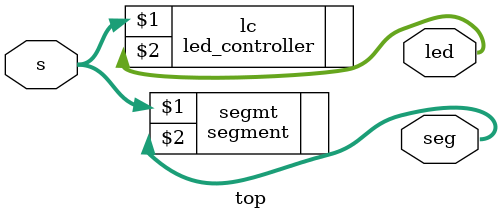
<source format=sv>

/*
    top module instantiates other modules for lab 1
*/

module top(input logic [3:0] s,
            output logic [2:0] led,
            output logic [6:0] seg);

     //Instantiate led_controller module
    led_controller lc(s, led);

     //Instantiate segment module
    segment segmt(s, seg);

endmodule
</source>
